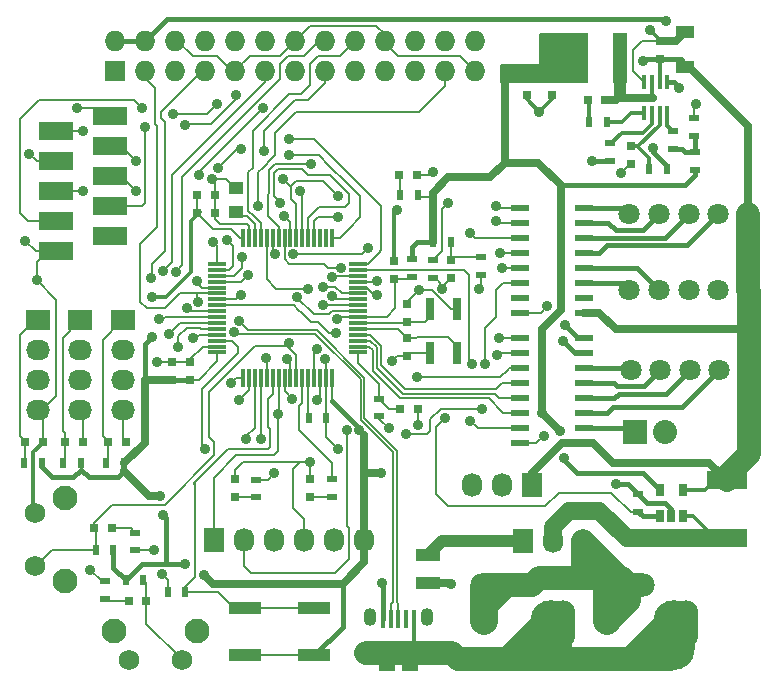
<source format=gtl>
G04 #@! TF.FileFunction,Copper,L1,Top,Signal*
%FSLAX46Y46*%
G04 Gerber Fmt 4.6, Leading zero omitted, Abs format (unit mm)*
G04 Created by KiCad (PCBNEW 4.0.2-stable) date 19.7.2016 11:18:10*
%MOMM*%
G01*
G04 APERTURE LIST*
%ADD10C,0.100000*%
%ADD11R,3.000000X1.500000*%
%ADD12R,0.800000X0.750000*%
%ADD13R,0.750000X0.800000*%
%ADD14R,0.797560X0.797560*%
%ADD15R,2.029460X1.140460*%
%ADD16R,1.180000X4.340000*%
%ADD17R,0.400000X1.650000*%
%ADD18O,1.100000X1.500000*%
%ADD19O,1.200000X1.700000*%
%ADD20R,1.425000X2.500000*%
%ADD21O,3.500000X5.900000*%
%ADD22O,2.400000X5.200000*%
%ADD23O,5.200000X2.000000*%
%ADD24O,6.500000X2.000000*%
%ADD25O,2.050000X4.000000*%
%ADD26R,1.727200X2.032000*%
%ADD27O,1.727200X2.032000*%
%ADD28R,1.727200X1.727200*%
%ADD29O,1.727200X1.727200*%
%ADD30R,2.032000X1.727200*%
%ADD31O,2.032000X1.727200*%
%ADD32R,2.032000X2.032000*%
%ADD33O,2.032000X2.032000*%
%ADD34C,1.800000*%
%ADD35R,0.900000X0.500000*%
%ADD36R,0.500000X0.900000*%
%ADD37R,3.500000X1.600000*%
%ADD38R,1.500000X0.300000*%
%ADD39R,0.300000X1.500000*%
%ADD40R,0.650000X1.060000*%
%ADD41R,0.300000X1.200000*%
%ADD42R,1.550000X0.600000*%
%ADD43R,0.800000X1.900000*%
%ADD44C,2.100000*%
%ADD45C,1.750000*%
%ADD46R,2.800000X1.000000*%
%ADD47R,1.600000X1.000000*%
%ADD48R,1.250000X1.000000*%
%ADD49C,0.889000*%
%ADD50C,0.200000*%
%ADD51C,0.150000*%
%ADD52C,0.700000*%
%ADD53C,0.300000*%
%ADD54C,2.000000*%
%ADD55C,0.400000*%
%ADD56C,1.000000*%
%ADD57C,1.500000*%
G04 APERTURE END LIST*
D10*
D11*
X9987000Y46572500D03*
X9987000Y44032500D03*
X9987000Y41492500D03*
X9987000Y38952500D03*
X5487000Y47842500D03*
X5487000Y45302500D03*
X5487000Y42762500D03*
X5487000Y40222500D03*
X9987000Y49112500D03*
X5487000Y37682500D03*
D12*
X34582000Y24347500D03*
X36082000Y24347500D03*
D13*
X15303500Y26809000D03*
X15303500Y28309000D03*
D12*
X17385600Y40932100D03*
X18885600Y40932100D03*
D13*
X16827500Y26809000D03*
X16827500Y28309000D03*
D12*
X17385600Y42456100D03*
X18885600Y42456100D03*
D13*
X38888000Y36908500D03*
X38888000Y35408500D03*
X34062000Y35345000D03*
X34062000Y36845000D03*
X35205000Y30304500D03*
X35205000Y28804500D03*
X35205000Y31725500D03*
X35205000Y33225500D03*
D12*
X13095000Y8028000D03*
X11595000Y8028000D03*
X8674000Y14251000D03*
X10174000Y14251000D03*
D13*
X56604500Y53937800D03*
X56604500Y55437800D03*
X54128000Y46560500D03*
X54128000Y45060500D03*
D12*
X9880500Y21553500D03*
X11380500Y21553500D03*
X51957000Y50509500D03*
X50457000Y50509500D03*
X6197500Y21553500D03*
X7697500Y21553500D03*
D13*
X45291340Y52366940D03*
X45291340Y50866940D03*
X47424940Y52397420D03*
X47424940Y50897420D03*
D12*
X2832000Y21553500D03*
X4332000Y21553500D03*
D14*
X26950000Y16867200D03*
X26950000Y18365800D03*
X20572060Y16869740D03*
X20572060Y18368340D03*
D15*
X36983000Y9554540D03*
X36983000Y11962460D03*
D16*
X53195820Y54045180D03*
X49885820Y54045180D03*
D17*
X33143000Y6543500D03*
X33793000Y6543500D03*
X34442100Y6543500D03*
X35093000Y6543500D03*
X35743000Y6543500D03*
D18*
X32018000Y6668500D03*
X36868000Y6668500D03*
D19*
X31718000Y3668500D03*
X37168000Y3668500D03*
D20*
X33480500Y3418500D03*
X35405500Y3418500D03*
D21*
X47382000Y5146500D03*
D22*
X41682000Y7786500D03*
D23*
X43082000Y9386500D03*
D24*
X44882000Y3186500D03*
D25*
X48332000Y6136500D03*
D21*
X57796000Y5146500D03*
D22*
X52096000Y7786500D03*
D23*
X53496000Y9386500D03*
D24*
X55296000Y3186500D03*
D25*
X58746000Y6136500D03*
D26*
X44961140Y13128320D03*
D27*
X47501140Y13128320D03*
X50041140Y13128320D03*
D26*
X18822000Y13235000D03*
D27*
X21362000Y13235000D03*
X23902000Y13235000D03*
X26442000Y13235000D03*
X28982000Y13235000D03*
X31522000Y13235000D03*
D28*
X10440000Y52922500D03*
D29*
X10440000Y55462500D03*
X12980000Y52922500D03*
X12980000Y55462500D03*
X15520000Y52922500D03*
X15520000Y55462500D03*
X18060000Y52922500D03*
X18060000Y55462500D03*
X20600000Y52922500D03*
X20600000Y55462500D03*
X23140000Y52922500D03*
X23140000Y55462500D03*
X25680000Y52922500D03*
X25680000Y55462500D03*
X28220000Y52922500D03*
X28220000Y55462500D03*
X30760000Y52922500D03*
X30760000Y55462500D03*
X33300000Y52922500D03*
X33300000Y55462500D03*
X35840000Y52922500D03*
X35840000Y55462500D03*
X38380000Y52922500D03*
X38380000Y55462500D03*
X40920000Y52922500D03*
X40920000Y55462500D03*
D26*
X45783500Y17907000D03*
D27*
X43243500Y17907000D03*
X40703500Y17907000D03*
D30*
X11138500Y31840500D03*
D31*
X11138500Y29300500D03*
X11138500Y26760500D03*
X11138500Y24220500D03*
D30*
X7519000Y31840500D03*
D31*
X7519000Y29300500D03*
X7519000Y26760500D03*
X7519000Y24220500D03*
D32*
X54483600Y22340900D03*
D33*
X57023600Y22340900D03*
D34*
X54102600Y27649500D03*
X56602600Y27649500D03*
X59102600Y27649500D03*
X61602600Y27649500D03*
X64102600Y27649500D03*
X54001000Y34380500D03*
X56501000Y34380500D03*
X59001000Y34380500D03*
X61501000Y34380500D03*
X64001000Y34380500D03*
X54001000Y40857500D03*
X56501000Y40857500D03*
X59001000Y40857500D03*
X61501000Y40857500D03*
X64001000Y40857500D03*
D30*
X3899500Y31840500D03*
D31*
X3899500Y29300500D03*
X3899500Y26760500D03*
X3899500Y24220500D03*
D35*
X41428000Y35662500D03*
X41428000Y37162500D03*
X32829500Y25197500D03*
X32829500Y23697500D03*
D36*
X38876000Y38444500D03*
X37376000Y38444500D03*
D35*
X37364000Y35408500D03*
X37364000Y36908500D03*
D36*
X28335000Y23585500D03*
X26835000Y23585500D03*
D35*
X35586000Y37035500D03*
X35586000Y35535500D03*
D36*
X14897000Y8790000D03*
X16397000Y8790000D03*
D35*
X28791500Y18366500D03*
X28791500Y16866500D03*
X22403400Y16846180D03*
X22403400Y18346180D03*
D36*
X11341000Y9806000D03*
X12841000Y9806000D03*
X10301000Y12346000D03*
X8801000Y12346000D03*
D35*
X9614500Y9730500D03*
X9614500Y8230500D03*
X12154500Y12358000D03*
X12154500Y13858000D03*
X52350000Y45314500D03*
X52350000Y46814500D03*
D36*
X57164000Y44667500D03*
X55664000Y44667500D03*
X11190000Y19712000D03*
X9690000Y19712000D03*
X50584000Y48604500D03*
X52084000Y48604500D03*
D35*
X57684000Y46330500D03*
X57684000Y47830500D03*
X59462000Y47473500D03*
X59462000Y48973500D03*
X59589000Y44552500D03*
X59589000Y46052500D03*
D36*
X7570500Y19775500D03*
X6070500Y19775500D03*
X4268500Y19775500D03*
X2768500Y19775500D03*
D35*
X54763000Y15596500D03*
X54763000Y17096500D03*
D37*
X62256000Y18276900D03*
X62256000Y13400100D03*
D38*
X30995000Y29106500D03*
X30995000Y29606500D03*
X30995000Y30106500D03*
X30995000Y30606500D03*
X30995000Y31106500D03*
X30995000Y31606500D03*
X30995000Y32106500D03*
X30995000Y32606500D03*
X30995000Y33106500D03*
X30995000Y33606500D03*
X30995000Y34106500D03*
X30995000Y34606500D03*
X30995000Y35106500D03*
X30995000Y35606500D03*
X30995000Y36106500D03*
X30995000Y36606500D03*
D39*
X28795000Y38806500D03*
X28295000Y38806500D03*
X27795000Y38806500D03*
X27295000Y38806500D03*
X26795000Y38806500D03*
X26295000Y38806500D03*
X25795000Y38806500D03*
X25295000Y38806500D03*
X24795000Y38806500D03*
X24295000Y38806500D03*
X23795000Y38806500D03*
X23295000Y38806500D03*
X22795000Y38806500D03*
X22295000Y38806500D03*
X21795000Y38806500D03*
X21295000Y38806500D03*
D38*
X19095000Y36606500D03*
X19095000Y36106500D03*
X19095000Y35606500D03*
X19095000Y35106500D03*
X19095000Y34606500D03*
X19095000Y34106500D03*
X19095000Y33606500D03*
X19095000Y33106500D03*
X19095000Y32606500D03*
X19095000Y32106500D03*
X19095000Y31606500D03*
X19095000Y31106500D03*
X19095000Y30606500D03*
X19095000Y30106500D03*
X19095000Y29606500D03*
X19095000Y29106500D03*
D39*
X21295000Y26906500D03*
X21795000Y26906500D03*
X22295000Y26906500D03*
X22795000Y26906500D03*
X23295000Y26906500D03*
X23795000Y26906500D03*
X24295000Y26906500D03*
X24795000Y26906500D03*
X25295000Y26906500D03*
X25795000Y26906500D03*
X26295000Y26906500D03*
X26795000Y26906500D03*
X27295000Y26906500D03*
X27795000Y26906500D03*
X28295000Y26906500D03*
X28795000Y26906500D03*
D40*
X56607000Y15246500D03*
X57557000Y15246500D03*
X58507000Y15246500D03*
X58507000Y17446500D03*
X56607000Y17446500D03*
D41*
X57198860Y51972540D03*
X56548860Y51972540D03*
X55898860Y51972540D03*
X55248860Y51972540D03*
X55248860Y49372540D03*
X55898860Y49372540D03*
X56548860Y49372540D03*
X57198860Y49372540D03*
D42*
X44730000Y30316500D03*
X44730000Y29046500D03*
X44730000Y27776500D03*
X44730000Y26506500D03*
X44730000Y25236500D03*
X44730000Y23966500D03*
X44730000Y22696500D03*
X44730000Y21426500D03*
X50130000Y21426500D03*
X50130000Y22696500D03*
X50130000Y23966500D03*
X50130000Y25236500D03*
X50130000Y26506500D03*
X50130000Y27776500D03*
X50130000Y29046500D03*
X50130000Y30316500D03*
X44730000Y41365500D03*
X44730000Y40095500D03*
X44730000Y38825500D03*
X44730000Y37555500D03*
X44730000Y36285500D03*
X44730000Y35015500D03*
X44730000Y33745500D03*
X44730000Y32475500D03*
X50130000Y32475500D03*
X50130000Y33745500D03*
X50130000Y35015500D03*
X50130000Y36285500D03*
X50130000Y37555500D03*
X50130000Y38825500D03*
X50130000Y40095500D03*
X50130000Y41365500D03*
D43*
X39396000Y29046500D03*
X39396000Y32746500D03*
X37096000Y32746500D03*
X37096000Y29046500D03*
D44*
X10331500Y5565000D03*
D45*
X11591500Y3075000D03*
X16091500Y3075000D03*
D44*
X17341500Y5565000D03*
X6199000Y16772500D03*
D45*
X3709000Y15512500D03*
X3709000Y11012500D03*
D44*
X6199000Y9762500D03*
D46*
X27289000Y3456500D03*
X21489000Y3456500D03*
X27289000Y7456500D03*
X21489000Y7456500D03*
D47*
X58737500Y53237000D03*
X58737500Y56237000D03*
D14*
X34505900Y44132500D03*
X36004500Y44132500D03*
D36*
X34556000Y42405300D03*
X36056000Y42405300D03*
D48*
X20726400Y40998900D03*
X20726400Y42998900D03*
D49*
X37338000Y44386500D03*
X18643600Y43776900D03*
X47053500Y33020000D03*
X14033500Y28257500D03*
X38671500Y41783000D03*
X36221000Y34380500D03*
X33909000Y28384500D03*
X36094000Y22950500D03*
X26950000Y19839000D03*
X29337000Y20955000D03*
X46762000Y22061500D03*
X52895500Y17970500D03*
X59626500Y50165000D03*
X53276500Y44259500D03*
X2857500Y38544500D03*
X3836000Y35206000D03*
X34290000Y41148000D03*
X46355000Y49466500D03*
X55753000Y56388000D03*
X14440500Y10314000D03*
X8344500Y10695000D03*
X13779500Y12382500D03*
X28220000Y28538500D03*
X46609000Y24003000D03*
X32956500Y18923000D03*
X48133000Y22479000D03*
X13589000Y30416500D03*
X13589000Y33782000D03*
X14287500Y16954500D03*
X14478000Y15303500D03*
X16383000Y11176000D03*
X17970500Y10287000D03*
X31115000Y22542500D03*
X33655000Y22669500D03*
X48450500Y20129500D03*
X46926500Y53594000D03*
X46926500Y55181500D03*
X12242800Y42760900D03*
X38126000Y34507500D03*
X32665000Y33999500D03*
X30061500Y22506000D03*
X29236000Y31904000D03*
X55144000Y53811500D03*
X50826000Y45302500D03*
X38888000Y9488500D03*
X33046000Y9615500D03*
X27521500Y29427500D03*
X7773000Y42762500D03*
X27585000Y25109500D03*
X12242800Y45300900D03*
X17576800Y44132500D03*
X23013000Y49811000D03*
X26124500Y42762500D03*
X3201000Y45937500D03*
X19202400Y44742100D03*
X21108000Y46318500D03*
X24664000Y43778500D03*
X29299500Y42318000D03*
X7213600Y49771300D03*
X24410000Y41746500D03*
X7772400Y47840900D03*
X24791000Y40667000D03*
X15811500Y29591000D03*
X20510500Y30797500D03*
X17018000Y30353000D03*
X20917500Y31777000D03*
X20675600Y50939700D03*
X16408400Y48348900D03*
X13004800Y48196500D03*
X25172000Y47207500D03*
X12763500Y49811000D03*
X25172000Y45810500D03*
X15329500Y49303000D03*
X19076000Y50128500D03*
X24283000Y23903000D03*
X18097500Y20891500D03*
X20256500Y26479500D03*
X17488500Y33364500D03*
X25172000Y29872000D03*
X13525500Y35433000D03*
X14160500Y31940500D03*
X14986000Y30670500D03*
X14478000Y36004500D03*
X23076500Y46128000D03*
X25045000Y28538500D03*
X15621000Y35941000D03*
X16536000Y32856500D03*
X27013500Y45048500D03*
X25870500Y33809000D03*
X25426000Y25173000D03*
X22568500Y41492500D03*
X23267000Y28665500D03*
X20955000Y25082500D03*
X21108000Y33999500D03*
X17399000Y35179000D03*
X21679500Y35650500D03*
X21171500Y37174500D03*
X48540000Y31459500D03*
X48413000Y30062500D03*
X19913600Y38646100D03*
X18745200Y38442900D03*
X41301000Y34507500D03*
X32665000Y35142500D03*
X23939500Y18859500D03*
X21552500Y21807500D03*
X56033000Y46445500D03*
X58192000Y51525500D03*
X38354000Y23558500D03*
X28093000Y33110500D03*
X28855000Y33872500D03*
X42825000Y28919500D03*
X42952000Y30316500D03*
X28093000Y34634500D03*
X43206000Y36285500D03*
X29553500Y36285500D03*
X25553000Y37428500D03*
X24029000Y37428500D03*
X43079000Y37555500D03*
X31903000Y37936500D03*
X40539000Y39206500D03*
X26823000Y34444000D03*
X28791500Y35460000D03*
X42698000Y40222500D03*
X29172500Y30761000D03*
X36004500Y26987500D03*
X35078000Y22188500D03*
X22822500Y21744000D03*
X41809000Y28157500D03*
X41555000Y24347500D03*
X29299500Y40603500D03*
X42698000Y41492500D03*
X40539000Y23331500D03*
X40666000Y28157500D03*
X57086500Y57150000D03*
D50*
X20726400Y42998900D02*
X20590000Y42998900D01*
X20590000Y42998900D02*
X19812000Y43776900D01*
X19812000Y43776900D02*
X18643600Y43776900D01*
X18643600Y43776900D02*
X18643600Y43624500D01*
X18885600Y43382500D02*
X18885600Y42456100D01*
X18643600Y43624500D02*
X18885600Y43382500D01*
X18885600Y40932100D02*
X18885600Y40436100D01*
X21630300Y40017700D02*
X21795000Y39853000D01*
X19304000Y40017700D02*
X21630300Y40017700D01*
X18885600Y40436100D02*
X19304000Y40017700D01*
X18885600Y40932100D02*
X18885600Y42456100D01*
D51*
X36004500Y44132500D02*
X37084000Y44132500D01*
X37084000Y44132500D02*
X37338000Y44386500D01*
D52*
X56604500Y55437800D02*
X57938300Y55437800D01*
X57938300Y55437800D02*
X58737500Y56237000D01*
D50*
X36221000Y34380500D02*
X37247500Y34380500D01*
X37247500Y34380500D02*
X38881500Y32746500D01*
X37096000Y29046500D02*
X35447000Y29046500D01*
X35447000Y29046500D02*
X35205000Y28804500D01*
D53*
X3492500Y18859500D02*
X3492500Y15729000D01*
X3492500Y15729000D02*
X3709000Y15512500D01*
D54*
X43582000Y3186500D02*
X43682000Y3186500D01*
X43682000Y3186500D02*
X46682000Y6186500D01*
D50*
X36094000Y22950500D02*
X36094000Y24335500D01*
X36094000Y24335500D02*
X36082000Y24347500D01*
X44730000Y32475500D02*
X46509000Y32475500D01*
X46509000Y32475500D02*
X47053500Y33020000D01*
X15303500Y28309000D02*
X14363000Y28309000D01*
X14363000Y28309000D02*
X14033500Y28257500D01*
X16827500Y28309000D02*
X15303500Y28309000D01*
X19095000Y29606500D02*
X17922500Y29606500D01*
X17922500Y29606500D02*
X16827500Y28511500D01*
X16827500Y28511500D02*
X16827500Y28309000D01*
D55*
X52895500Y17970500D02*
X53889000Y17970500D01*
X53889000Y17970500D02*
X54763000Y17096500D01*
D50*
X7697500Y21553500D02*
X7697500Y24042000D01*
X7697500Y24042000D02*
X7519000Y24220500D01*
X4332000Y21553500D02*
X4332000Y23788000D01*
X4332000Y23788000D02*
X3899500Y24220500D01*
X37364000Y36908500D02*
X37364000Y36919500D01*
X37364000Y36919500D02*
X38163500Y37719000D01*
X38163500Y37719000D02*
X38163500Y41275000D01*
X38163500Y41275000D02*
X38671500Y41783000D01*
X56604500Y55437800D02*
X58103100Y55437800D01*
X13779500Y12382500D02*
X12179000Y12382500D01*
X12179000Y12382500D02*
X12154500Y12358000D01*
X24066500Y19839000D02*
X21236000Y19839000D01*
X21236000Y19839000D02*
X20572060Y19175060D01*
X35205000Y33364500D02*
X36221000Y34380500D01*
X35205000Y28804500D02*
X34329000Y28804500D01*
X34329000Y28804500D02*
X33909000Y28384500D01*
X36082000Y23343500D02*
X36094000Y23331500D01*
X36094000Y23331500D02*
X36094000Y22950500D01*
X36082000Y23343500D02*
X36082000Y24347500D01*
X28335000Y23585500D02*
X28335000Y21957000D01*
X28335000Y21957000D02*
X29337000Y20955000D01*
X26950000Y19839000D02*
X24066500Y19839000D01*
X20572060Y19175060D02*
X20572060Y18368340D01*
X26442000Y13235000D02*
X26442000Y15023500D01*
X26442000Y15023500D02*
X25527000Y15938500D01*
X25527000Y15938500D02*
X25527000Y19240500D01*
X25527000Y19240500D02*
X26125500Y19839000D01*
X26125500Y19839000D02*
X26950000Y19839000D01*
X26950000Y19839000D02*
X26950000Y18365800D01*
X46127000Y21426500D02*
X46762000Y22061500D01*
X46127000Y21426500D02*
X44730000Y21426500D01*
D51*
X59462000Y50000500D02*
X59462000Y48973500D01*
X59626500Y50165000D02*
X59462000Y50000500D01*
X54128000Y45060500D02*
X54077500Y45060500D01*
X54077500Y45060500D02*
X53276500Y44259500D01*
X33300000Y55462500D02*
X33300000Y56044500D01*
X33300000Y56044500D02*
X32575500Y56769000D01*
X26986500Y56769000D02*
X25680000Y55462500D01*
X32575500Y56769000D02*
X26986500Y56769000D01*
X33300000Y55462500D02*
X33300000Y55346000D01*
X33300000Y55346000D02*
X34417000Y54229000D01*
X34417000Y54229000D02*
X39613500Y54229000D01*
X39613500Y54229000D02*
X40920000Y52922500D01*
X20600000Y52922500D02*
X20600000Y52985000D01*
X20600000Y52985000D02*
X21844000Y54229000D01*
X24446500Y54229000D02*
X25680000Y55462500D01*
X21844000Y54229000D02*
X24446500Y54229000D01*
D50*
X15520000Y55462500D02*
X15721000Y55462500D01*
X15721000Y55462500D02*
X17018000Y54165500D01*
X19113500Y54165500D02*
X20356500Y52922500D01*
X17526000Y54165500D02*
X19113500Y54165500D01*
X17018000Y54165500D02*
X17526000Y54165500D01*
X20356500Y52922500D02*
X20600000Y52922500D01*
X5487000Y37682500D02*
X3719500Y37682500D01*
X3719500Y37682500D02*
X2857500Y38544500D01*
X15520000Y55462500D02*
X15203500Y55462500D01*
X3899500Y24220500D02*
X4281500Y24220500D01*
X4281500Y24220500D02*
X5461000Y25400000D01*
D51*
X3836000Y36793500D02*
X3836000Y35206000D01*
X4725000Y37682500D02*
X3836000Y36793500D01*
D50*
X5461000Y33581000D02*
X3836000Y35206000D01*
X5461000Y25400000D02*
X5461000Y33581000D01*
D53*
X3492500Y20637500D02*
X4332000Y21477000D01*
X3492500Y18859500D02*
X3492500Y20637500D01*
X4332000Y21477000D02*
X4332000Y21553500D01*
X35743000Y6543500D02*
X35743000Y3756000D01*
X35743000Y3756000D02*
X35405500Y3418500D01*
X37168000Y3668500D02*
X35655500Y3668500D01*
X35655500Y3668500D02*
X35405500Y3418500D01*
X31718000Y3668500D02*
X33230500Y3668500D01*
X33230500Y3668500D02*
X33480500Y3418500D01*
X34062000Y40920000D02*
X34290000Y41148000D01*
X34062000Y36845000D02*
X34062000Y40920000D01*
X47424940Y50897420D02*
X47424940Y50536440D01*
X47424940Y50536440D02*
X46355000Y49466500D01*
X56604500Y55437800D02*
X56604500Y55536500D01*
X56604500Y55536500D02*
X55753000Y56388000D01*
X46355000Y49466500D02*
X45291340Y50530160D01*
X45291340Y50530160D02*
X45291340Y50866940D01*
X56604500Y55437800D02*
X56576200Y55437800D01*
X47394460Y50866940D02*
X47424940Y50897420D01*
D50*
X55248860Y51972540D02*
X55248860Y52002640D01*
X55248860Y52002640D02*
X54292500Y52959000D01*
X54292500Y52959000D02*
X54292500Y54673500D01*
X54292500Y54673500D02*
X55056800Y55437800D01*
X55056800Y55437800D02*
X56604500Y55437800D01*
X20572060Y18368340D02*
X20557160Y18368340D01*
X14897000Y8790000D02*
X14897000Y9857500D01*
X14897000Y9857500D02*
X14440500Y10314000D01*
X9614500Y9730500D02*
X9309000Y9730500D01*
X9309000Y9730500D02*
X8344500Y10695000D01*
X11138500Y24220500D02*
X11138500Y21795500D01*
X11138500Y21795500D02*
X11380500Y21553500D01*
X7519000Y21732000D02*
X7697500Y21553500D01*
D51*
X5487000Y37682500D02*
X4725000Y37682500D01*
D50*
X21795000Y38806500D02*
X21795000Y39853000D01*
D51*
X28295000Y26906500D02*
X28295000Y28463500D01*
X28295000Y28463500D02*
X28220000Y28538500D01*
X28335000Y23585500D02*
X28335000Y26866500D01*
X28335000Y26866500D02*
X28295000Y26906500D01*
D50*
X35205000Y33225500D02*
X35205000Y33364500D01*
D55*
X57557000Y15246500D02*
X57557000Y15838500D01*
X55513000Y16346500D02*
X54763000Y17096500D01*
X57049000Y16346500D02*
X55513000Y16346500D01*
X57557000Y15838500D02*
X57049000Y16346500D01*
D54*
X37168000Y3668500D02*
X31718000Y3668500D01*
X37168000Y3668500D02*
X38993000Y3668500D01*
X39475000Y3186500D02*
X43582000Y3186500D01*
X38993000Y3668500D02*
X39475000Y3186500D01*
X43582000Y3186500D02*
X54096000Y3186500D01*
X54096000Y3186500D02*
X57096000Y6186500D01*
D50*
X17385600Y42456100D02*
X17385600Y40932100D01*
X20243800Y39585900D02*
X18731800Y39585900D01*
X18731800Y39585900D02*
X17385600Y40932100D01*
X21295000Y38806500D02*
X21023200Y38806500D01*
X21023200Y38806500D02*
X20243800Y39585900D01*
D51*
X37376000Y42303700D02*
X36157600Y42303700D01*
X36157600Y42303700D02*
X36056000Y42405300D01*
D52*
X46609000Y24003000D02*
X48133000Y22479000D01*
X48196500Y43243500D02*
X48196500Y32702500D01*
X46609000Y31115000D02*
X46609000Y24003000D01*
X48196500Y32702500D02*
X46609000Y31115000D01*
X43434000Y45148500D02*
X46291500Y45148500D01*
X46291500Y45148500D02*
X48196500Y43243500D01*
X37376000Y42646500D02*
X37376000Y42303700D01*
X37376000Y42303700D02*
X37376000Y38444500D01*
X43434000Y49784000D02*
X43434000Y45148500D01*
X38671500Y43942000D02*
X37376000Y42646500D01*
X42227500Y43942000D02*
X38671500Y43942000D01*
X43434000Y45148500D02*
X42227500Y43942000D01*
X43434000Y52768500D02*
X43434000Y49784000D01*
X32956500Y18923000D02*
X31750000Y18923000D01*
X31522000Y18923000D02*
X31522000Y13235000D01*
D55*
X31750000Y18923000D02*
X31522000Y18923000D01*
D52*
X15303500Y26809000D02*
X12966000Y26809000D01*
D50*
X12966000Y26809000D02*
X12954000Y26797000D01*
D52*
X12954000Y26797000D02*
X12954000Y21476000D01*
D50*
X12954000Y21476000D02*
X11190000Y19712000D01*
D52*
X14287500Y16954500D02*
X13335000Y16954500D01*
X13335000Y16954500D02*
X11190000Y19099500D01*
D50*
X11190000Y19099500D02*
X11190000Y19712000D01*
X16827500Y26809000D02*
X17538000Y26809000D01*
X19095000Y28366000D02*
X19095000Y29106500D01*
X17538000Y26809000D02*
X19095000Y28366000D01*
D55*
X12954000Y26797000D02*
X16815500Y26797000D01*
X16815500Y26797000D02*
X16827500Y26809000D01*
D52*
X31522000Y13235000D02*
X31522000Y22135500D01*
D55*
X31522000Y22135500D02*
X31115000Y22542500D01*
X12954000Y25844500D02*
X12954000Y23495000D01*
X12954000Y25844500D02*
X12954000Y26797000D01*
X12954000Y26797000D02*
X12954000Y27305000D01*
X12954000Y23495000D02*
X12954000Y21476000D01*
D52*
X12954000Y21476000D02*
X11190000Y19712000D01*
D55*
X12954000Y27305000D02*
X12954000Y29781500D01*
X12954000Y29781500D02*
X13589000Y30416500D01*
D52*
X31522000Y13235000D02*
X31522000Y11330000D01*
X31522000Y11330000D02*
X29718000Y9526000D01*
D55*
X29718000Y5885500D02*
X27289000Y3456500D01*
X29718000Y9526000D02*
X29718000Y5885500D01*
X55130500Y18923000D02*
X56607000Y17446500D01*
X49530000Y18923000D02*
X55130500Y18923000D01*
X48450500Y20002500D02*
X49530000Y18923000D01*
X48450500Y20129500D02*
X48450500Y20002500D01*
D50*
X13589000Y30416500D02*
X12954000Y29781500D01*
D53*
X14732000Y33782000D02*
X13589000Y33782000D01*
X16891000Y35941000D02*
X14732000Y33782000D01*
X16891000Y40259000D02*
X16891000Y35941000D01*
X17616500Y40984500D02*
X16891000Y40259000D01*
D55*
X11190000Y19712000D02*
X11190000Y19099500D01*
X11190000Y19099500D02*
X13335000Y16954500D01*
D50*
X14478000Y15303500D02*
X14732000Y15049500D01*
D55*
X14732000Y15049500D02*
X14732000Y11176000D01*
D50*
X11190000Y19712000D02*
X11190000Y19064000D01*
D55*
X8219500Y18542000D02*
X7570500Y19191000D01*
X10668000Y18542000D02*
X8219500Y18542000D01*
X11190000Y19064000D02*
X10668000Y18542000D01*
D50*
X4268500Y19775500D02*
X4268500Y19417000D01*
D55*
X4268500Y19417000D02*
X5143500Y18542000D01*
X5143500Y18542000D02*
X6921500Y18542000D01*
X6921500Y18542000D02*
X7570500Y19191000D01*
D50*
X7570500Y19191000D02*
X7570500Y19775500D01*
X31115000Y22542500D02*
X31115000Y22669500D01*
D55*
X31115000Y22669500D02*
X28795000Y24989500D01*
D50*
X28795000Y24989500D02*
X28795000Y26906500D01*
X11341000Y9806000D02*
X11341000Y9817000D01*
D55*
X11341000Y9817000D02*
X12700000Y11176000D01*
X12700000Y11176000D02*
X14732000Y11176000D01*
D52*
X18769000Y9488500D02*
X29680500Y9488500D01*
D55*
X14732000Y11176000D02*
X16383000Y11176000D01*
D52*
X17970500Y10287000D02*
X18769000Y9488500D01*
D50*
X32829500Y23697500D02*
X32829500Y23495000D01*
X32829500Y23495000D02*
X33655000Y22669500D01*
D55*
X59589000Y44095000D02*
X59589000Y44552500D01*
X48196500Y43243500D02*
X58737500Y43243500D01*
X58737500Y43243500D02*
X59589000Y44095000D01*
X35586000Y37035500D02*
X35586000Y37999000D01*
X36004500Y38417500D02*
X37349000Y38417500D01*
X35586000Y37999000D02*
X36004500Y38417500D01*
D53*
X37349000Y38417500D02*
X37376000Y38444500D01*
D55*
X46926500Y53594000D02*
X46926500Y52895860D01*
X46926500Y52895860D02*
X47424940Y52397420D01*
D56*
X46926500Y53594000D02*
X46926500Y55181500D01*
D50*
X31522000Y11330000D02*
X29680500Y9488500D01*
X27289000Y3456500D02*
X27839500Y3456500D01*
X27289000Y3456500D02*
X21489000Y3456500D01*
D55*
X10301000Y12346000D02*
X10301000Y10846000D01*
X10301000Y10846000D02*
X11341000Y9806000D01*
D52*
X47424940Y52397420D02*
X45321820Y52397420D01*
X45321820Y52397420D02*
X45291340Y52366940D01*
X47424940Y52397420D02*
X48238060Y52397420D01*
X48238060Y52397420D02*
X49885820Y54045180D01*
D50*
X26950000Y16867200D02*
X28790800Y16867200D01*
X28790800Y16867200D02*
X28791500Y16866500D01*
X12242800Y42760900D02*
X10971200Y44032500D01*
X10971200Y44032500D02*
X9987000Y44032500D01*
X32829500Y25197500D02*
X32829500Y25146000D01*
X32829500Y25146000D02*
X33628000Y24347500D01*
X33628000Y24347500D02*
X34582000Y24347500D01*
X30995000Y29106500D02*
X30995000Y28250500D01*
X32829500Y26416000D02*
X32829500Y25197500D01*
X30995000Y28250500D02*
X32829500Y26416000D01*
X38888000Y36908500D02*
X38888000Y38432500D01*
X38888000Y38432500D02*
X38876000Y38444500D01*
X41428000Y37162500D02*
X39142000Y37162500D01*
X39142000Y37162500D02*
X38888000Y36908500D01*
X30995000Y34606500D02*
X31804000Y34606500D01*
X38126000Y34507500D02*
X37999000Y34634500D01*
X32411000Y33999500D02*
X32665000Y33999500D01*
X31804000Y34606500D02*
X32411000Y33999500D01*
X37999000Y34634500D02*
X38114000Y34634500D01*
X38114000Y34634500D02*
X38888000Y35408500D01*
X37364000Y35408500D02*
X37606000Y35408500D01*
X37606000Y35408500D02*
X37999000Y35015500D01*
X37999000Y35015500D02*
X37999000Y34634500D01*
X37364000Y35269500D02*
X37364000Y35408500D01*
X34062000Y35345000D02*
X35395500Y35345000D01*
X35395500Y35345000D02*
X35586000Y35535500D01*
X30061500Y22506000D02*
X30061500Y14441500D01*
X30061500Y14441500D02*
X30252000Y14251000D01*
X30252000Y12854000D02*
X30252000Y11647500D01*
X30252000Y14251000D02*
X30252000Y12854000D01*
X27775500Y10441000D02*
X21933500Y10441000D01*
X21933500Y10441000D02*
X21362000Y11012500D01*
X21362000Y11012500D02*
X21362000Y13235000D01*
X30252000Y11647500D02*
X29045500Y10441000D01*
X29045500Y10441000D02*
X27775500Y10441000D01*
X30995000Y32106500D02*
X29438500Y32106500D01*
X29438500Y32106500D02*
X29236000Y31904000D01*
X34189000Y32856500D02*
X34189000Y35154500D01*
X34189000Y35154500D02*
X34316000Y35281500D01*
X30995000Y32106500D02*
X33439000Y32106500D01*
X33439000Y32106500D02*
X34189000Y32856500D01*
X35205000Y30304500D02*
X35955000Y30304500D01*
X38634000Y30443500D02*
X39396000Y29681500D01*
X36094000Y30443500D02*
X38634000Y30443500D01*
X35955000Y30304500D02*
X36094000Y30443500D01*
X39396000Y29681500D02*
X39396000Y29046500D01*
X30995000Y31106500D02*
X34403000Y31106500D01*
X34403000Y31106500D02*
X35205000Y30304500D01*
X35205000Y31725500D02*
X36717000Y31725500D01*
X36717000Y31725500D02*
X37096000Y32104500D01*
X37096000Y32104500D02*
X37096000Y32746500D01*
X30995000Y31606500D02*
X35086000Y31606500D01*
X35086000Y31606500D02*
X35205000Y31725500D01*
D55*
X58737500Y53237000D02*
X58737500Y53530500D01*
X58737500Y53530500D02*
X58330200Y53937800D01*
X58330200Y53937800D02*
X56604500Y53937800D01*
D52*
X58737500Y53237000D02*
X59020500Y53237000D01*
X59020500Y53237000D02*
X64001000Y48256500D01*
D53*
X58507000Y17446500D02*
X60372500Y17446500D01*
X60372500Y17446500D02*
X61202900Y18276900D01*
X61202900Y18276900D02*
X62256000Y18276900D01*
D54*
X64001000Y34380500D02*
X64001000Y40857500D01*
X64102600Y27649500D02*
X64102600Y34278900D01*
X64102600Y34278900D02*
X64001000Y34380500D01*
X62256000Y18276900D02*
X62256000Y18632500D01*
X62256000Y18632500D02*
X64102600Y20479100D01*
X64102600Y20479100D02*
X64102600Y27649500D01*
D52*
X47370500Y20511000D02*
X47370500Y20510000D01*
X47370500Y20510000D02*
X45783500Y18923000D01*
X45783500Y18923000D02*
X45783500Y17907000D01*
X50130000Y32475500D02*
X51461000Y32475500D01*
X52858000Y31078500D02*
X64102600Y31078500D01*
X51461000Y32475500D02*
X52858000Y31078500D01*
X50130000Y21426500D02*
X50953000Y21426500D01*
X60757400Y19775500D02*
X62256000Y18276900D01*
X52604000Y19775500D02*
X60757400Y19775500D01*
X50953000Y21426500D02*
X52604000Y19775500D01*
X50130000Y21426500D02*
X48286000Y21426500D01*
X48286000Y21426500D02*
X47370500Y20511000D01*
X47370500Y20511000D02*
X45746000Y18886500D01*
D55*
X52350000Y45314500D02*
X50838000Y45314500D01*
X55270300Y53937800D02*
X56604500Y53937800D01*
X55144000Y53811500D02*
X55270300Y53937800D01*
X50838000Y45314500D02*
X50826000Y45302500D01*
D53*
X56548860Y51972540D02*
X56548860Y53882160D01*
X56548860Y53882160D02*
X56604500Y53937800D01*
D52*
X64001000Y48256500D02*
X64001000Y40857500D01*
D57*
X62256000Y18632500D02*
X64102600Y20479100D01*
X64102600Y20479100D02*
X64102600Y31078500D01*
X64102600Y31078500D02*
X64102600Y34278900D01*
X64102600Y34278900D02*
X64001000Y34380500D01*
D50*
X11595000Y8028000D02*
X9817000Y8028000D01*
X9817000Y8028000D02*
X9614500Y8230500D01*
X10174000Y14251000D02*
X11761500Y14251000D01*
X11761500Y14251000D02*
X12154500Y13858000D01*
D53*
X54128000Y46560500D02*
X54648000Y46560500D01*
X55664000Y45544500D02*
X55664000Y44667500D01*
X54648000Y46560500D02*
X55664000Y45544500D01*
X56548860Y49372540D02*
X56548860Y48358360D01*
X54751000Y46560500D02*
X54128000Y46560500D01*
X56548860Y48358360D02*
X54751000Y46560500D01*
D50*
X9880500Y21553500D02*
X9880500Y19902500D01*
X9880500Y19902500D02*
X9690000Y19712000D01*
X11138500Y31840500D02*
X11075000Y31840500D01*
X11075000Y31840500D02*
X9424000Y30189500D01*
X9424000Y30189500D02*
X9424000Y22010000D01*
X9424000Y22010000D02*
X9880500Y21553500D01*
D56*
X53195820Y54045180D02*
X53195820Y51060680D01*
X53195820Y51060680D02*
X53239000Y51017500D01*
D52*
X55652000Y50636500D02*
X56033000Y50636500D01*
X55525000Y50636500D02*
X55652000Y50636500D01*
X51957000Y50509500D02*
X52858000Y50509500D01*
X52858000Y50509500D02*
X52985000Y50636500D01*
X52985000Y50636500D02*
X55525000Y50636500D01*
D53*
X55898860Y50883360D02*
X55898860Y51972540D01*
X55652000Y50636500D02*
X55898860Y50883360D01*
X52985000Y50636500D02*
X55652000Y50636500D01*
X52858000Y50509500D02*
X52985000Y50636500D01*
X50584000Y48604500D02*
X50584000Y50382500D01*
X50584000Y50382500D02*
X50457000Y50509500D01*
D50*
X6197500Y21553500D02*
X6197500Y22314000D01*
X6032500Y30354000D02*
X7519000Y31840500D01*
X6032500Y22479000D02*
X6032500Y30354000D01*
X6197500Y22314000D02*
X6032500Y22479000D01*
X6197500Y21553500D02*
X6197500Y19902500D01*
X6197500Y19902500D02*
X6070500Y19775500D01*
X2832000Y21553500D02*
X2832000Y19839000D01*
X2832000Y19839000D02*
X2768500Y19775500D01*
X3899500Y31840500D02*
X3645500Y31840500D01*
X3645500Y31840500D02*
X2375500Y30570500D01*
X2375500Y22010000D02*
X2832000Y21553500D01*
X2375500Y30570500D02*
X2375500Y22010000D01*
X3836000Y31840500D02*
X3899500Y31840500D01*
X22403400Y16846180D02*
X20595620Y16846180D01*
X20595620Y16846180D02*
X20572060Y16869740D01*
D55*
X33143000Y6543500D02*
X33143000Y9518500D01*
D52*
X38821960Y9554540D02*
X36983000Y9554540D01*
D55*
X38888000Y9488500D02*
X38821960Y9554540D01*
X33143000Y9518500D02*
X33046000Y9615500D01*
D56*
X44961140Y13128320D02*
X38148860Y13128320D01*
X38148860Y13128320D02*
X36983000Y11962460D01*
D50*
X27295000Y26906500D02*
X27295000Y29201000D01*
X27295000Y29201000D02*
X27521500Y29427500D01*
X7773000Y42762500D02*
X5487000Y42762500D01*
X27795000Y26906500D02*
X27795000Y25319500D01*
X27795000Y25319500D02*
X27585000Y25109500D01*
X12242800Y45300900D02*
X10971200Y46572500D01*
X10971200Y46572500D02*
X9987000Y46572500D01*
D51*
X10050500Y46636000D02*
X9987000Y46572500D01*
X17633950Y44189650D02*
X17633950Y44430950D01*
X17576800Y44132500D02*
X17633950Y44189650D01*
D50*
X23013000Y49811000D02*
X17907000Y44705000D01*
X17633950Y44430950D02*
X17907000Y44704000D01*
X17907000Y44704000D02*
X17907000Y44705000D01*
D51*
X26295000Y39968500D02*
X26295000Y42592000D01*
X26295000Y42592000D02*
X26124500Y42762500D01*
X26295000Y39968500D02*
X26295000Y38806500D01*
X3836000Y45302500D02*
X5487000Y45302500D01*
X3201000Y45937500D02*
X3836000Y45302500D01*
X21108000Y46318500D02*
X20778800Y46318500D01*
X20778800Y46318500D02*
X19202400Y44742100D01*
X25362500Y43207000D02*
X25235500Y43207000D01*
X25235500Y43207000D02*
X24664000Y43778500D01*
X25795000Y39778000D02*
X25795000Y41695000D01*
X25362500Y42127500D02*
X25362500Y43207000D01*
X25795000Y41695000D02*
X25362500Y42127500D01*
X25795000Y38806500D02*
X25795000Y39778000D01*
X28029500Y43588000D02*
X29299500Y42318000D01*
X25743500Y43588000D02*
X28029500Y43588000D01*
X25362500Y43207000D02*
X25743500Y43588000D01*
X7264400Y49822100D02*
X9277400Y49822100D01*
X7213600Y49771300D02*
X7264400Y49822100D01*
X9277400Y49822100D02*
X9987000Y49112500D01*
X24410000Y41746500D02*
X24410000Y41873500D01*
X23902000Y42381500D02*
X23902000Y42762500D01*
X24410000Y41873500D02*
X23902000Y42381500D01*
X24283000Y44667500D02*
X24727500Y44667500D01*
X24727500Y44667500D02*
X26251500Y44667500D01*
X26795000Y38806500D02*
X26795000Y40512000D01*
X28664500Y44096000D02*
X26823000Y44096000D01*
X30252000Y42508500D02*
X28664500Y44096000D01*
X30252000Y41746500D02*
X30252000Y42508500D01*
X29934500Y41429000D02*
X30252000Y41746500D01*
X27712000Y41429000D02*
X29934500Y41429000D01*
X26795000Y40512000D02*
X27712000Y41429000D01*
X26251500Y44667500D02*
X26823000Y44096000D01*
X23902000Y42762500D02*
X23902000Y44286500D01*
X23902000Y44286500D02*
X24283000Y44667500D01*
X7770800Y47842500D02*
X5487000Y47842500D01*
X7772400Y47840900D02*
X7770800Y47842500D01*
X25295000Y38806500D02*
X25295000Y40163000D01*
X25295000Y40163000D02*
X24791000Y40667000D01*
X17725000Y31106500D02*
X19095000Y31106500D01*
X17653000Y31178500D02*
X17725000Y31106500D01*
X16510000Y31178500D02*
X17653000Y31178500D01*
X15811500Y30480000D02*
X16510000Y31178500D01*
X15811500Y29591000D02*
X15811500Y30480000D01*
X21399500Y30659500D02*
X20648500Y30659500D01*
X20648500Y30659500D02*
X20510500Y30797500D01*
X18410000Y31021500D02*
X18495000Y31106500D01*
X18495000Y31106500D02*
X19095000Y31106500D01*
X20512628Y30800550D02*
X20510500Y30798422D01*
X20510500Y30798422D02*
X20510500Y30797500D01*
X27389656Y30659500D02*
X21399500Y30659500D01*
X31230000Y26819156D02*
X27389656Y30659500D01*
X31230000Y23390156D02*
X31230000Y26819156D01*
X33952550Y20667606D02*
X31230000Y23390156D01*
X33793000Y6543500D02*
X33793000Y7781000D01*
X33793000Y7781000D02*
X33952550Y7940550D01*
X33952550Y7940550D02*
X33952550Y20667606D01*
X17272000Y30353000D02*
X17525500Y30606500D01*
X17525500Y30606500D02*
X19095000Y30606500D01*
X17018000Y30353000D02*
X17272000Y30353000D01*
X21870000Y30989500D02*
X21715500Y30989500D01*
X31560000Y26955844D02*
X27526344Y30989500D01*
X31560000Y23526844D02*
X31560000Y26955844D01*
X34282550Y20804294D02*
X31560000Y23526844D01*
X34442100Y6543500D02*
X34442100Y7781000D01*
X34442100Y7781000D02*
X34282550Y7940550D01*
X34282550Y7940550D02*
X34282550Y20804294D01*
X27526344Y30989500D02*
X21870000Y30989500D01*
X20928000Y31777000D02*
X21715500Y30989500D01*
X20917500Y31777000D02*
X20928000Y31777000D01*
X18410000Y30691500D02*
X18495000Y30606500D01*
X18495000Y30606500D02*
X19095000Y30606500D01*
D54*
X41682000Y6186500D02*
X41682000Y7486500D01*
X41682000Y7486500D02*
X43582000Y9386500D01*
D50*
X43582000Y9386500D02*
X43582000Y8086500D01*
X43582000Y8086500D02*
X41682000Y6186500D01*
D54*
X50041140Y13128320D02*
X50041140Y11162360D01*
X50041140Y11162360D02*
X51207000Y9996500D01*
X51207000Y9996500D02*
X53996000Y9386500D01*
X53996000Y9386500D02*
X53782960Y9386500D01*
X53782960Y9386500D02*
X50041140Y13128320D01*
X53996000Y9386500D02*
X53996000Y8086500D01*
X53996000Y8086500D02*
X52096000Y6186500D01*
X43582000Y9386500D02*
X45771000Y9386500D01*
X46381000Y9996500D02*
X53386000Y9996500D01*
X45771000Y9386500D02*
X46381000Y9996500D01*
X53386000Y9996500D02*
X53996000Y9386500D01*
D53*
X58507000Y15246500D02*
X59419000Y15246500D01*
X59419000Y15246500D02*
X61265400Y13400100D01*
D55*
X61265400Y13400100D02*
X62256000Y13400100D01*
D57*
X62256000Y13400100D02*
X53772400Y13400100D01*
X47501140Y14291640D02*
X47501140Y13128320D01*
X48921000Y15711500D02*
X47501140Y14291640D01*
X51461000Y15711500D02*
X48921000Y15711500D01*
X53772400Y13400100D02*
X51461000Y15711500D01*
D50*
X9987000Y41492500D02*
X12701600Y41492500D01*
X20675600Y50533300D02*
X20675600Y50939700D01*
X18592800Y48450500D02*
X20675600Y50533300D01*
X16510000Y48450500D02*
X18592800Y48450500D01*
X16408400Y48348900D02*
X16510000Y48450500D01*
X13004800Y41795700D02*
X13004800Y48196500D01*
X12701600Y41492500D02*
X13004800Y41795700D01*
D51*
X25172000Y47207500D02*
X27267500Y47207500D01*
X32982500Y37746000D02*
X32792000Y37555500D01*
X32982500Y41492500D02*
X32982500Y37746000D01*
X27267500Y47207500D02*
X32982500Y41492500D01*
X30995000Y36606500D02*
X31843000Y36606500D01*
X31843000Y36606500D02*
X32792000Y37555500D01*
D50*
X12763500Y49811000D02*
X12711100Y49811000D01*
X2413000Y48882300D02*
X2413000Y48196500D01*
X4013200Y50482500D02*
X2413000Y48882300D01*
X12039600Y50482500D02*
X4013200Y50482500D01*
X12711100Y49811000D02*
X12039600Y50482500D01*
X3074000Y40222500D02*
X2413000Y40883500D01*
X2413000Y48196500D02*
X2413000Y40883500D01*
X3074000Y40222500D02*
X5487000Y40222500D01*
X29471000Y38806500D02*
X28795000Y38806500D01*
X27712000Y45810500D02*
X28601000Y44921500D01*
X25172000Y45810500D02*
X27712000Y45810500D01*
X30252000Y39587500D02*
X29471000Y38806500D01*
X28601000Y44921500D02*
X30093250Y43429250D01*
X31204500Y42318000D02*
X31204500Y40540000D01*
X31204500Y40540000D02*
X30252000Y39587500D01*
X30093250Y43429250D02*
X31204500Y42318000D01*
X15329500Y49303000D02*
X18250500Y49303000D01*
X18250500Y49303000D02*
X19076000Y50128500D01*
X5487000Y40222500D02*
X3074000Y40222500D01*
X19076000Y50128500D02*
X18250500Y49303000D01*
X24283000Y23903000D02*
X24283000Y20790500D01*
X18822000Y18504500D02*
X18822000Y13235000D01*
X20701000Y20383500D02*
X18822000Y18504500D01*
X23876000Y20383500D02*
X20701000Y20383500D01*
X24283000Y20790500D02*
X23876000Y20383500D01*
D51*
X24295000Y23915000D02*
X24295000Y26906500D01*
X24283000Y23903000D02*
X24295000Y23915000D01*
D50*
X19685000Y27876500D02*
X17780000Y25971500D01*
X17780000Y21209000D02*
X18097500Y20891500D01*
X17780000Y25971500D02*
X17780000Y21209000D01*
X20312500Y30106500D02*
X20891500Y29527500D01*
X19095000Y30106500D02*
X20312500Y30106500D01*
X20891500Y29083000D02*
X19685000Y27876500D01*
X20891500Y29527500D02*
X20891500Y29083000D01*
X20683500Y26906500D02*
X21295000Y26906500D01*
X20256500Y26479500D02*
X20683500Y26906500D01*
X13869000Y48704500D02*
X13869000Y48424500D01*
X14033500Y39752000D02*
X13869000Y39587500D01*
X14033500Y48260000D02*
X14033500Y39752000D01*
X13869000Y48424500D02*
X14033500Y48260000D01*
X12599000Y34861500D02*
X12599000Y33375000D01*
X12599000Y34861500D02*
X12599000Y38317500D01*
X12599000Y38317500D02*
X13869000Y39587500D01*
X17361500Y34106500D02*
X15945500Y34106500D01*
X12599000Y33375000D02*
X13144500Y32829500D01*
X13144500Y32829500D02*
X14668500Y32829500D01*
X14668500Y32829500D02*
X15945500Y34106500D01*
X13095000Y8028000D02*
X13095000Y9552000D01*
X13095000Y9552000D02*
X12841000Y9806000D01*
X16091500Y3075000D02*
X16091500Y3138500D01*
X16091500Y3138500D02*
X13095000Y6135000D01*
X13095000Y6135000D02*
X13095000Y8028000D01*
X17361500Y34106500D02*
X17361500Y33491500D01*
X17361500Y33491500D02*
X17488500Y33364500D01*
X19095000Y34106500D02*
X17361500Y34106500D01*
X12980000Y52922500D02*
X12980000Y52351000D01*
X12980000Y52351000D02*
X13869000Y51462000D01*
X13869000Y51462000D02*
X13869000Y48704500D01*
X20383000Y27686500D02*
X20383000Y27685500D01*
X18859500Y21526500D02*
X18859500Y20384500D01*
X18415000Y21971000D02*
X18859500Y21526500D01*
X18415000Y25717500D02*
X18415000Y21971000D01*
X20383000Y27685500D02*
X18415000Y25717500D01*
X8674000Y14251000D02*
X8674000Y14707500D01*
X8674000Y14707500D02*
X10186000Y16219500D01*
X10186000Y16219500D02*
X14694500Y16219500D01*
X14694500Y16219500D02*
X18859500Y20384500D01*
X24918000Y29618000D02*
X25172000Y29872000D01*
X22314500Y29618000D02*
X24918000Y29618000D01*
X20383000Y27686500D02*
X22314500Y29618000D01*
X8801000Y12346000D02*
X8801000Y14124000D01*
X8801000Y14124000D02*
X8674000Y14251000D01*
X3709000Y11012500D02*
X3772500Y11012500D01*
X3772500Y11012500D02*
X5106000Y12346000D01*
X5106000Y12346000D02*
X8801000Y12346000D01*
D51*
X25795000Y28868000D02*
X25172000Y29491000D01*
X25795000Y28856000D02*
X25795000Y26906500D01*
X25795000Y28856000D02*
X25795000Y28868000D01*
X25172000Y29491000D02*
X25172000Y29872000D01*
D50*
X14287500Y37274500D02*
X14668500Y37655500D01*
X14668500Y48641000D02*
X14377000Y48932500D01*
X14668500Y37655500D02*
X14668500Y48641000D01*
X14160500Y31940500D02*
X14478000Y31940500D01*
X14478000Y31940500D02*
X14644000Y32106500D01*
X13589000Y35496500D02*
X13589000Y36576000D01*
X13525500Y35433000D02*
X13589000Y35496500D01*
X17806000Y52922500D02*
X14377000Y49493500D01*
X14377000Y49493500D02*
X14377000Y48932500D01*
X13589000Y36576000D02*
X14287500Y37274500D01*
X19095000Y32106500D02*
X14644000Y32106500D01*
D51*
X18060000Y52922500D02*
X17806000Y52922500D01*
D50*
X16002000Y31606500D02*
X15922000Y31606500D01*
X15922000Y31606500D02*
X14986000Y30670500D01*
X15266000Y37782500D02*
X15266000Y38443500D01*
X23140000Y52033500D02*
X15266000Y44159500D01*
D51*
X23140000Y52922500D02*
X23140000Y52033500D01*
D50*
X15266000Y44159500D02*
X15266000Y38443500D01*
X14478000Y36004500D02*
X15266000Y36792500D01*
X15266000Y36792500D02*
X15266000Y37782500D01*
X16002000Y31606500D02*
X19095000Y31606500D01*
D51*
X23076500Y46128000D02*
X23076500Y47842500D01*
X26759500Y50446000D02*
X28220000Y51906500D01*
X28220000Y51906500D02*
X28220000Y52922500D01*
X23076500Y47842500D02*
X25680000Y50446000D01*
X25680000Y50446000D02*
X26759500Y50446000D01*
X25295000Y28288500D02*
X25045000Y28538500D01*
X25295000Y26906500D02*
X25295000Y28288500D01*
D50*
X16155000Y37401500D02*
X16155000Y43969000D01*
X16155000Y36957000D02*
X16155000Y37401500D01*
X16155000Y36475000D02*
X16155000Y36957000D01*
X15621000Y35941000D02*
X16155000Y36475000D01*
D51*
X25082500Y54192500D02*
X25046000Y54192500D01*
X25046000Y54192500D02*
X24410000Y53556500D01*
D50*
X16155000Y43969000D02*
X24410000Y52224000D01*
D51*
X24410000Y52224000D02*
X24410000Y53556500D01*
X25870500Y54192500D02*
X26442000Y54192500D01*
X25082500Y54192500D02*
X25870500Y54192500D01*
X16786000Y32606500D02*
X19095000Y32606500D01*
X16536000Y32856500D02*
X16786000Y32606500D01*
X26442000Y54192500D02*
X26505500Y54256000D01*
X26950000Y54700500D02*
X26759500Y54510000D01*
X26759500Y54510000D02*
X26505500Y54256000D01*
X26505500Y54256000D02*
X26442000Y54192500D01*
X26950000Y54700500D02*
X27712000Y55462500D01*
X27712000Y55462500D02*
X28220000Y55462500D01*
X22219250Y40635250D02*
X21743000Y41111500D01*
X21743000Y44413500D02*
X22092250Y44762750D01*
X21743000Y41111500D02*
X21743000Y44413500D01*
X22219250Y40635250D02*
X22795000Y40059500D01*
X22092250Y44762750D02*
X22092250Y45588250D01*
X22092250Y47874250D02*
X22092250Y45588250D01*
X26188000Y50954000D02*
X26632500Y51398500D01*
X25172000Y50954000D02*
X26188000Y50954000D01*
X22092250Y47874250D02*
X25172000Y50954000D01*
X29490000Y54192500D02*
X30760000Y55462500D01*
X27648500Y54192500D02*
X29490000Y54192500D01*
X26950000Y53494000D02*
X27648500Y54192500D01*
X26950000Y51716000D02*
X26950000Y53494000D01*
X26886500Y51652500D02*
X26950000Y51716000D01*
X26632500Y51398500D02*
X26886500Y51652500D01*
X22795000Y38806500D02*
X22795000Y40059500D01*
X23521000Y42762500D02*
X23521000Y42572000D01*
X23394000Y40667000D02*
X23584500Y40476500D01*
X23394000Y42445000D02*
X23394000Y40667000D01*
X23521000Y42572000D02*
X23394000Y42445000D01*
X24295000Y38806500D02*
X24295000Y39766000D01*
X24295000Y39766000D02*
X23584500Y40476500D01*
X24029000Y45048500D02*
X24473500Y45048500D01*
X27013500Y45048500D02*
X26124500Y45048500D01*
X26124500Y45048500D02*
X24473500Y45048500D01*
X23521000Y42762500D02*
X23521000Y44540500D01*
X23521000Y44540500D02*
X24029000Y45048500D01*
X24283000Y38818500D02*
X24295000Y38806500D01*
X24295000Y38806500D02*
X24295000Y39536000D01*
X30995000Y32606500D02*
X28795500Y32606500D01*
X25870500Y33745500D02*
X25870500Y33809000D01*
X27267500Y32348500D02*
X25870500Y33745500D01*
X28537500Y32348500D02*
X27267500Y32348500D01*
X28795500Y32606500D02*
X28537500Y32348500D01*
X24795000Y26906500D02*
X24795000Y25804000D01*
X24795000Y25804000D02*
X25426000Y25173000D01*
X22568500Y41492500D02*
X22568500Y44350000D01*
X22949500Y44731000D02*
X23203500Y44985000D01*
X38380000Y51652500D02*
X36157500Y49430000D01*
X36157500Y49430000D02*
X25743500Y49430000D01*
X25743500Y49430000D02*
X24029000Y47715500D01*
X24029000Y47715500D02*
X24029000Y45810500D01*
X38380000Y52922500D02*
X38380000Y51652500D01*
X23521000Y45302500D02*
X24029000Y45810500D01*
X23203500Y44985000D02*
X23521000Y45302500D01*
X22568500Y44350000D02*
X22949500Y44731000D01*
X23295000Y28637500D02*
X23295000Y26906500D01*
X23267000Y28665500D02*
X23295000Y28637500D01*
D50*
X20955000Y25082500D02*
X21795000Y25922500D01*
X21795000Y25922500D02*
X21795000Y26906500D01*
X20715000Y33606500D02*
X21108000Y33999500D01*
X19095000Y33606500D02*
X20715000Y33606500D01*
X17399000Y35179000D02*
X17399000Y34987500D01*
X17399000Y34987500D02*
X17780000Y34606500D01*
X19095000Y34606500D02*
X17780000Y34606500D01*
X19095000Y35106500D02*
X21135500Y35106500D01*
X21135500Y35106500D02*
X21679500Y35650500D01*
X20492500Y35606500D02*
X21171500Y36285500D01*
X21171500Y36285500D02*
X21171500Y37174500D01*
X19095000Y35606500D02*
X20492500Y35606500D01*
D55*
X50130000Y22696500D02*
X54128000Y22696500D01*
X54128000Y22696500D02*
X54483600Y22340900D01*
X50130000Y27776500D02*
X53975600Y27776500D01*
X53975600Y27776500D02*
X54102600Y27649500D01*
X50130000Y26506500D02*
X52731000Y26506500D01*
X55205600Y26252500D02*
X56602600Y27649500D01*
X52985000Y26252500D02*
X55205600Y26252500D01*
X52731000Y26506500D02*
X52985000Y26252500D01*
X50130000Y25236500D02*
X52731000Y25236500D01*
X57070600Y25617500D02*
X59102600Y27649500D01*
X53112000Y25617500D02*
X57070600Y25617500D01*
X52731000Y25236500D02*
X53112000Y25617500D01*
X50130000Y23966500D02*
X52096000Y23966500D01*
X58427600Y24474500D02*
X61602600Y27649500D01*
X52604000Y24474500D02*
X58427600Y24474500D01*
X52096000Y23966500D02*
X52604000Y24474500D01*
X50130000Y35015500D02*
X53366000Y35015500D01*
X53366000Y35015500D02*
X54001000Y34380500D01*
X50130000Y36285500D02*
X54596000Y36285500D01*
X54596000Y36285500D02*
X56501000Y34380500D01*
X50130000Y30316500D02*
X49683000Y30316500D01*
X49683000Y30316500D02*
X48540000Y31459500D01*
X50130000Y29046500D02*
X49429000Y29046500D01*
X49429000Y29046500D02*
X48413000Y30062500D01*
X50130000Y41365500D02*
X53493000Y41365500D01*
X53493000Y41365500D02*
X54001000Y40857500D01*
X50130000Y40095500D02*
X52223000Y40095500D01*
X55104000Y39460500D02*
X56501000Y40857500D01*
X52858000Y39460500D02*
X55104000Y39460500D01*
X52223000Y40095500D02*
X52858000Y39460500D01*
X50130000Y38825500D02*
X56969000Y38825500D01*
X56969000Y38825500D02*
X59001000Y40857500D01*
X50130000Y37555500D02*
X51461000Y37555500D01*
X58834000Y38190500D02*
X61501000Y40857500D01*
X52096000Y38190500D02*
X58834000Y38190500D01*
X51461000Y37555500D02*
X52096000Y38190500D01*
D50*
X20294600Y38265100D02*
X20409500Y38150200D01*
X20409500Y38150200D02*
X20409500Y37985700D01*
X20409500Y37985700D02*
X20421600Y37985700D01*
X20421600Y37985700D02*
X20409500Y37985700D01*
X20409500Y37997800D02*
X20421600Y37985700D01*
X20409500Y38150200D02*
X20409500Y37997800D01*
X19913600Y38646100D02*
X20294600Y38265100D01*
X20103500Y36106500D02*
X20409500Y36412500D01*
X19095000Y36106500D02*
X20103500Y36106500D01*
X20409500Y36412500D02*
X20409500Y37985700D01*
X19095000Y38093100D02*
X19095000Y38042300D01*
X19095000Y36606500D02*
X19095000Y38042300D01*
X18745200Y38442900D02*
X19095000Y38093100D01*
X30995000Y35106500D02*
X32629000Y35106500D01*
X41428000Y34634500D02*
X41428000Y35662500D01*
X41301000Y34507500D02*
X41428000Y34634500D01*
X32629000Y35106500D02*
X32665000Y35142500D01*
D51*
X26795000Y26906500D02*
X26795000Y23625500D01*
X26795000Y23625500D02*
X26835000Y23585500D01*
D50*
X16397000Y8790000D02*
X16397000Y9285000D01*
X17208500Y18098500D02*
X17145000Y18035000D01*
X17208500Y10096500D02*
X17208500Y18098500D01*
X16397000Y9285000D02*
X17208500Y10096500D01*
X17145000Y18035000D02*
X17145000Y17970500D01*
X17145000Y17970500D02*
X17145000Y18035000D01*
X23795000Y26906500D02*
X23795000Y25574000D01*
X23795000Y25574000D02*
X23394000Y25173000D01*
X23394000Y25173000D02*
X23394000Y22823500D01*
X23394000Y22823500D02*
X23584500Y22633000D01*
X23584500Y22633000D02*
X23584500Y21109000D01*
X23584500Y21109000D02*
X23394000Y20918500D01*
X23394000Y20918500D02*
X20028500Y20918500D01*
X20028500Y20918500D02*
X17145000Y18035000D01*
X21489000Y7456500D02*
X27289000Y7456500D01*
X16397000Y8790000D02*
X19203000Y8790000D01*
X19203000Y8790000D02*
X20536500Y7456500D01*
X20536500Y7456500D02*
X21489000Y7456500D01*
X25997500Y24384000D02*
X25997500Y24538000D01*
X25997500Y24538000D02*
X26289000Y24829500D01*
X26289000Y25527000D02*
X26295000Y25527000D01*
X26289000Y24829500D02*
X26289000Y25527000D01*
X26295000Y26906500D02*
X26295000Y25527000D01*
X28791500Y19712000D02*
X28791500Y18366500D01*
X25997500Y22506000D02*
X28791500Y19712000D01*
X25997500Y24384000D02*
X25997500Y22506000D01*
X22403400Y18346180D02*
X23426180Y18346180D01*
X23426180Y18346180D02*
X23939500Y18859500D01*
X22295000Y22740500D02*
X21552500Y21998000D01*
X21552500Y21998000D02*
X21552500Y21807500D01*
X22295000Y26906500D02*
X22295000Y22740500D01*
D53*
X52350000Y46814500D02*
X52465000Y46814500D01*
X52465000Y46814500D02*
X53366000Y47715500D01*
X53366000Y47715500D02*
X55144000Y47715500D01*
X55144000Y47715500D02*
X55898860Y48470360D01*
X55898860Y48470360D02*
X55898860Y49372540D01*
D55*
X56033000Y46064500D02*
X56033000Y46445500D01*
X57164000Y44933500D02*
X56033000Y46064500D01*
X57744960Y51972540D02*
X57198860Y51972540D01*
X58192000Y51525500D02*
X57744960Y51972540D01*
X57164000Y44667500D02*
X57164000Y44933500D01*
D53*
X55248860Y49372540D02*
X54134040Y49372540D01*
X53366000Y48604500D02*
X52084000Y48604500D01*
X54134040Y49372540D02*
X53366000Y48604500D01*
D55*
X59589000Y46052500D02*
X59589000Y47346500D01*
X59589000Y47346500D02*
X59462000Y47473500D01*
X57684000Y46330500D02*
X58434000Y46330500D01*
X58712000Y46052500D02*
X59589000Y46052500D01*
X58434000Y46330500D02*
X58712000Y46052500D01*
D53*
X57198860Y49372540D02*
X57198860Y48315640D01*
X57198860Y48315640D02*
X57684000Y47830500D01*
D50*
X37618000Y17108500D02*
X37618000Y22822500D01*
X37618000Y22822500D02*
X38354000Y23558500D01*
X54116000Y15596500D02*
X52477000Y17235500D01*
X54763000Y15596500D02*
X54116000Y15596500D01*
X38634000Y16092500D02*
X37618000Y17108500D01*
X46889000Y16092500D02*
X38634000Y16092500D01*
X48032000Y17235500D02*
X46889000Y16092500D01*
X52477000Y17235500D02*
X48032000Y17235500D01*
X30995000Y33106500D02*
X28732000Y33106500D01*
X28732000Y33106500D02*
X28093000Y33110500D01*
D55*
X56607000Y15246500D02*
X55113000Y15246500D01*
X55113000Y15246500D02*
X54763000Y15596500D01*
D50*
X30995000Y29606500D02*
X31988500Y29606500D01*
X34607500Y25209500D02*
X42090000Y25209500D01*
X32258000Y27559000D02*
X34607500Y25209500D01*
X32258000Y29337000D02*
X32258000Y27559000D01*
X31988500Y29606500D02*
X32258000Y29337000D01*
X43333000Y23966500D02*
X44730000Y23966500D01*
X42090000Y25209500D02*
X43333000Y23966500D01*
X32067500Y30106500D02*
X32067500Y30099000D01*
X34861500Y25590500D02*
X42598000Y25590500D01*
X32639000Y27813000D02*
X34861500Y25590500D01*
X32639000Y29527500D02*
X32639000Y27813000D01*
X32067500Y30099000D02*
X32639000Y29527500D01*
X30995000Y30106500D02*
X32067500Y30106500D01*
X42952000Y25236500D02*
X44730000Y25236500D01*
X42598000Y25590500D02*
X42952000Y25236500D01*
X32067500Y30606500D02*
X32068000Y30606500D01*
X42735500Y26035000D02*
X43207000Y26506500D01*
X34957502Y26035000D02*
X42735500Y26035000D01*
X32989002Y28003500D02*
X34957502Y26035000D01*
X32989002Y29685498D02*
X32989002Y28003500D01*
X32068000Y30606500D02*
X32989002Y29685498D01*
X30995000Y30606500D02*
X32067500Y30606500D01*
X43207000Y26506500D02*
X44730000Y26506500D01*
X30995000Y33606500D02*
X29121000Y33606500D01*
X29121000Y33606500D02*
X28855000Y33872500D01*
X42952000Y29046500D02*
X44730000Y29046500D01*
X42825000Y28919500D02*
X42952000Y29046500D01*
X30995000Y34106500D02*
X29637000Y34106500D01*
X29109000Y34634500D02*
X28093000Y34634500D01*
X29637000Y34106500D02*
X29109000Y34634500D01*
X44730000Y30316500D02*
X42952000Y30316500D01*
X42952000Y30316500D02*
X42825000Y30316500D01*
D51*
X29553500Y36285500D02*
X28474000Y36285500D01*
X25172000Y36603000D02*
X24795000Y36980000D01*
X28156500Y36603000D02*
X25172000Y36603000D01*
X28474000Y36285500D02*
X28156500Y36603000D01*
D50*
X44730000Y36285500D02*
X43206000Y36285500D01*
X24795000Y36980000D02*
X24795000Y38806500D01*
X26569000Y37428500D02*
X31395000Y37428500D01*
X31395000Y37428500D02*
X31903000Y37936500D01*
X26569000Y37428500D02*
X25553000Y37428500D01*
X24029000Y37428500D02*
X23795000Y37662500D01*
X23795000Y37662500D02*
X23795000Y38806500D01*
X44730000Y37555500D02*
X43079000Y37555500D01*
X40920000Y38825500D02*
X44730000Y38825500D01*
X40539000Y39206500D02*
X40920000Y38825500D01*
D51*
X23295000Y38806500D02*
X23295000Y36638500D01*
X26823000Y34444000D02*
X26759500Y34507500D01*
X26759500Y34507500D02*
X24092500Y34507500D01*
X24092500Y34507500D02*
X23295000Y35305000D01*
X23295000Y35305000D02*
X23295000Y36638500D01*
X30995000Y35606500D02*
X28938000Y35606500D01*
X28938000Y35606500D02*
X28791500Y35460000D01*
D50*
X42825000Y40095500D02*
X44730000Y40095500D01*
X42698000Y40222500D02*
X42825000Y40095500D01*
X36004500Y26987500D02*
X43053000Y26987500D01*
X43688000Y27622500D02*
X43688000Y27623500D01*
X43053000Y26987500D02*
X43688000Y27622500D01*
X19095000Y33106500D02*
X25426000Y33106500D01*
X25934000Y32729500D02*
X26251500Y32412000D01*
X25557000Y33106500D02*
X25430000Y33106500D01*
X25430000Y33106500D02*
X25426000Y33110500D01*
X25426000Y33110500D02*
X25426000Y33106500D01*
X25934000Y32729500D02*
X25557000Y33106500D01*
X26315000Y32412000D02*
X27061125Y31665875D01*
X27061125Y31665875D02*
X27632625Y31665875D01*
X27632625Y31665875D02*
X28537500Y30761000D01*
X28537500Y30761000D02*
X29172500Y30761000D01*
X26251500Y32412000D02*
X26315000Y32412000D01*
X43688000Y27623500D02*
X43841000Y27776500D01*
X43841000Y27776500D02*
X44730000Y27776500D01*
X41555000Y24347500D02*
X38000000Y24347500D01*
X37084000Y22415500D02*
X36857000Y22188500D01*
X37084000Y23431500D02*
X37084000Y22415500D01*
X38000000Y24347500D02*
X37084000Y23431500D01*
X22795000Y23077500D02*
X22795000Y21771500D01*
X22795000Y21771500D02*
X22822500Y21744000D01*
X35078000Y22188500D02*
X36857000Y22188500D01*
X22795000Y26906500D02*
X22795000Y23077500D01*
X43587000Y35015500D02*
X43333000Y35015500D01*
X42698000Y32094500D02*
X41809000Y31205500D01*
X42698000Y34380500D02*
X42698000Y32094500D01*
X43333000Y35015500D02*
X42698000Y34380500D01*
X41809000Y28157500D02*
X41809000Y31205500D01*
X43587000Y35015500D02*
X44730000Y35015500D01*
X27295000Y38806500D02*
X27295000Y40250000D01*
X27648500Y40603500D02*
X29299500Y40603500D01*
X27295000Y40250000D02*
X27648500Y40603500D01*
D51*
X42825000Y41365500D02*
X44730000Y41365500D01*
X42698000Y41492500D02*
X42825000Y41365500D01*
D50*
X40412000Y35650500D02*
X40412000Y28411500D01*
X40412000Y28411500D02*
X40666000Y28157500D01*
X37872000Y36106500D02*
X39956000Y36106500D01*
X39956000Y36106500D02*
X40412000Y35650500D01*
X33046000Y36106500D02*
X37872000Y36106500D01*
X44730000Y22696500D02*
X42698000Y22696500D01*
X42063000Y22696500D02*
X42698000Y22696500D01*
X41174000Y22696500D02*
X40539000Y23331500D01*
X42063000Y22696500D02*
X41174000Y22696500D01*
X33046000Y36106500D02*
X30995000Y36106500D01*
D55*
X56070500Y57367500D02*
X56869000Y57367500D01*
X56869000Y57367500D02*
X57086500Y57150000D01*
X14885000Y57367500D02*
X56070500Y57367500D01*
X12980000Y55462500D02*
X14885000Y57367500D01*
X56869000Y57367500D02*
X57086500Y57150000D01*
X10440000Y55462500D02*
X12980000Y55462500D01*
D50*
X38881500Y32746500D02*
X39396000Y32746500D01*
D51*
X34556000Y42405300D02*
X34556000Y44082400D01*
X34556000Y44082400D02*
X34505900Y44132500D01*
X22295000Y38806500D02*
X22295000Y39973100D01*
X21590000Y40678100D02*
X20878800Y40678100D01*
X22295000Y39973100D02*
X21590000Y40678100D01*
D50*
G36*
X50382500Y51979500D02*
X43153000Y51979500D01*
X43153000Y53430500D01*
X46355000Y53430500D01*
X46393906Y53438379D01*
X46426681Y53460773D01*
X46448161Y53494154D01*
X46455000Y53530500D01*
X46455000Y56097500D01*
X50382500Y56097500D01*
X50382500Y51979500D01*
X50382500Y51979500D01*
G37*
X50382500Y51979500D02*
X43153000Y51979500D01*
X43153000Y53430500D01*
X46355000Y53430500D01*
X46393906Y53438379D01*
X46426681Y53460773D01*
X46448161Y53494154D01*
X46455000Y53530500D01*
X46455000Y56097500D01*
X50382500Y56097500D01*
X50382500Y51979500D01*
M02*

</source>
